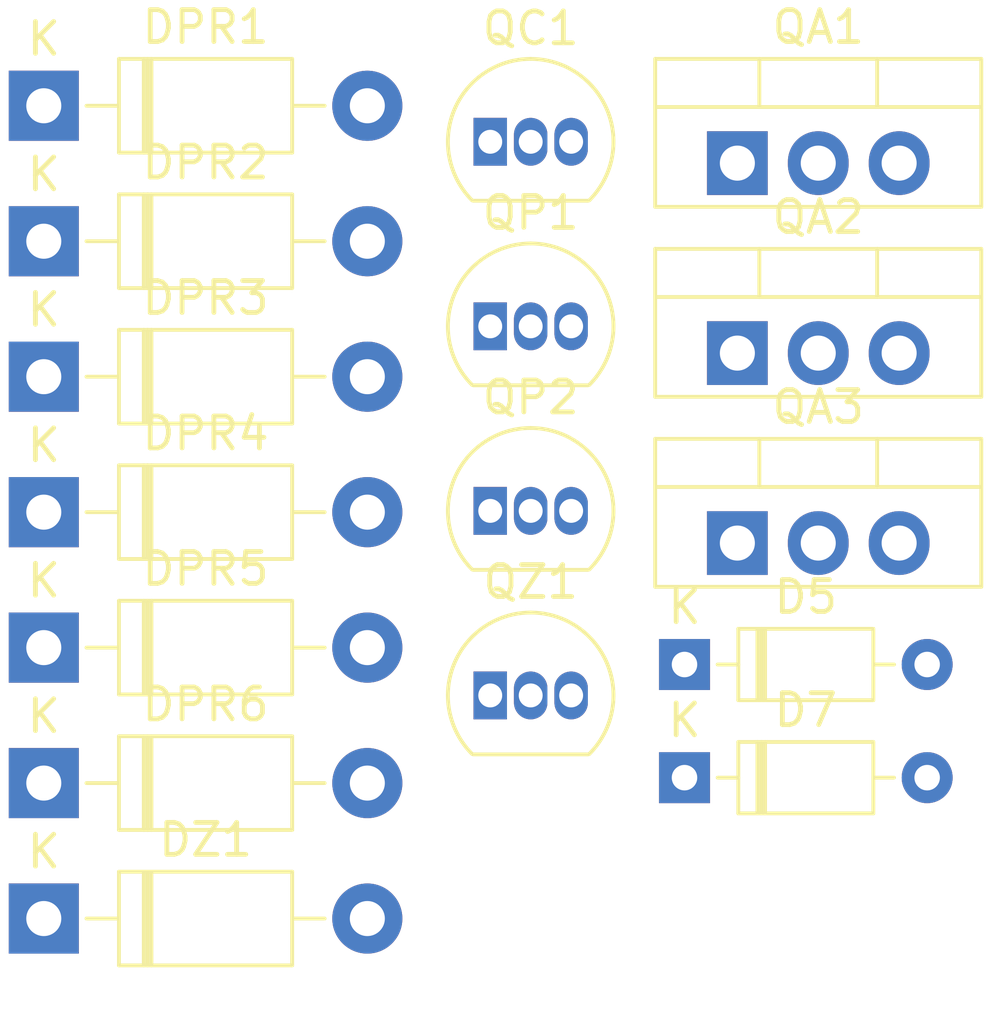
<source format=kicad_pcb>
(kicad_pcb (version 20221018) (generator pcbnew)
  (layers (0 "F.Cu" signal) (31 "B.Cu" signal) (34 "B.Paste" user) (35 "F.Paste" user) (36 "B.SilkS" user "B.Silkscreen") (37 "F.SilkS" user "F.Silkscreen") (38 "B.Mask" user) (39 "F.Mask" user) (44 "Edge.Cuts" user))
  (net 0 "")
  (net 1 "Net-(D5-K)")
  (net 2 "Net-(D5-A)")
  (net 3 "Net-(D7-A)")
  (net 4 "Net-(DPR1-K)")
  (net 5 "Net-(DPR1-A)")
  (net 6 "Net-(DPR2-A)")
  (net 7 "Net-(DPR3-K)")
  (net 8 "Net-(DPR5-K)")
  (net 9 "Net-(DZ1-K)")
  (net 10 "Net-(QA1-C)")
  (net 11 "Net-(QA1-E)")
  (net 12 "Net-(QA2-E)")
  (net 13 "Net-(QA3-E)")
  (net 14 "Net-(J5-Pin_2)")
  (net 15 "Net-(QC1-B)")
  (net 16 "Net-(QP1-C)")
  (net 17 "Net-(QP1-B)")
  (net 18 "Net-(J8-Pin_2)")
  (net 19 "Net-(J7-Pin_1)")
  (footprint "Diode_THT:D_DO-35_SOD27_P7.62mm_Horizontal" (layer "F.Cu") (at 21.495 19.155)
    (fp_text reference "D5" (at 3.81 -2.12) (layer "F.SilkS"))
    (fp_text value "1N4148")
    (fp_text user "K" (at 0 -1.8) (layer "F.SilkS"))
    (fp_line (start 1.04 0) (end 1.69 0) (stroke (width 0.12)) (layer "F.SilkS"))
    (fp_line (start 1.69 -1.12) (end 1.69 1.12) (stroke (width 0.12)) (layer "F.SilkS"))
    (fp_line (start 1.69 1.12) (end 5.93 1.12) (stroke (width 0.12)) (layer "F.SilkS"))
    (fp_line (start 2.29 -1.12) (end 2.29 1.12) (stroke (width 0.12)) (layer "F.SilkS"))
    (fp_line (start 2.41 -1.12) (end 2.41 1.12) (stroke (width 0.12)) (layer "F.SilkS"))
    (fp_line (start 2.53 -1.12) (end 2.53 1.12) (stroke (width 0.12)) (layer "F.SilkS"))
    (fp_line (start 5.93 -1.12) (end 1.69 -1.12) (stroke (width 0.12)) (layer "F.SilkS"))
    (fp_line (start 5.93 1.12) (end 5.93 -1.12) (stroke (width 0.12)) (layer "F.SilkS"))
    (fp_line (start 6.58 0) (end 5.93 0) (stroke (width 0.12)) (layer "F.SilkS"))
    (pad "1" thru_hole rect (at 0 0) (size 1.6 1.6) (drill 0.8) (layers "*.Cu" "*.Mask") (net 1 "Net-(D5-K)"))
    (pad "2" thru_hole oval (at 7.62 0) (size 1.6 1.6) (drill 0.8) (layers "*.Cu" "*.Mask") (net 2 "Net-(D5-A)"))
  )
  (footprint "Diode_THT:D_DO-41_SOD81_P10.16mm_Horizontal" (layer "F.Cu") (at 1.375 27.125)
    (fp_text reference "DZ1" (at 5.08 -2.47) (layer "F.SilkS"))
    (fp_text value "1N4752")
    (fp_text user "K" (at 0 -2.1) (layer "F.SilkS"))
    (fp_line (start 1.34 0) (end 2.36 0) (stroke (width 0.12)) (layer "F.SilkS"))
    (fp_line (start 2.36 -1.47) (end 2.36 1.47) (stroke (width 0.12)) (layer "F.SilkS"))
    (fp_line (start 2.36 1.47) (end 7.8 1.47) (stroke (width 0.12)) (layer "F.SilkS"))
    (fp_line (start 3.14 -1.47) (end 3.14 1.47) (stroke (width 0.12)) (layer "F.SilkS"))
    (fp_line (start 3.26 -1.47) (end 3.26 1.47) (stroke (width 0.12)) (layer "F.SilkS"))
    (fp_line (start 3.38 -1.47) (end 3.38 1.47) (stroke (width 0.12)) (layer "F.SilkS"))
    (fp_line (start 7.8 -1.47) (end 2.36 -1.47) (stroke (width 0.12)) (layer "F.SilkS"))
    (fp_line (start 7.8 1.47) (end 7.8 -1.47) (stroke (width 0.12)) (layer "F.SilkS"))
    (fp_line (start 8.82 0) (end 7.8 0) (stroke (width 0.12)) (layer "F.SilkS"))
    (pad "1" thru_hole rect (at 0 0) (size 2.2 2.2) (drill 1.1) (layers "*.Cu" "*.Mask") (net 9 "Net-(DZ1-K)"))
    (pad "2" thru_hole oval (at 10.16 0) (size 2.2 2.2) (drill 1.1) (layers "*.Cu" "*.Mask") (net 6 "Net-(DPR2-A)"))
  )
  (footprint "Package_TO_SOT_THT:TO-220-3_Vertical" (layer "F.Cu") (at 23.155 15.345)
    (fp_text reference "QA3" (at 2.54 -4.27) (layer "F.SilkS"))
    (fp_text value "TIP122")
    (fp_line (start -2.58 -3.27) (end -2.58 1.371) (stroke (width 0.12)) (layer "F.SilkS"))
    (fp_line (start -2.58 -3.27) (end 7.66 -3.27) (stroke (width 0.12)) (layer "F.SilkS"))
    (fp_line (start -2.58 -1.76) (end 7.66 -1.76) (stroke (width 0.12)) (layer "F.SilkS"))
    (fp_line (start -2.58 1.371) (end 7.66 1.371) (stroke (width 0.12)) (layer "F.SilkS"))
    (fp_line (start 0.69 -3.27) (end 0.69 -1.76) (stroke (width 0.12)) (layer "F.SilkS"))
    (fp_line (start 4.391 -3.27) (end 4.391 -1.76) (stroke (width 0.12)) (layer "F.SilkS"))
    (fp_line (start 7.66 -3.27) (end 7.66 1.371) (stroke (width 0.12)) (layer "F.SilkS"))
    (pad "1" thru_hole rect (at 0 0) (size 1.905 2) (drill 1.1) (layers "*.Cu" "*.Mask") (net 3 "Net-(D7-A)"))
    (pad "2" thru_hole oval (at 2.54 0) (size 1.905 2) (drill 1.1) (layers "*.Cu" "*.Mask") (net 10 "Net-(QA1-C)"))
    (pad "3" thru_hole oval (at 5.08 0) (size 1.905 2) (drill 1.1) (layers "*.Cu" "*.Mask") (net 13 "Net-(QA3-E)"))
  )
  (footprint "Diode_THT:D_DO-41_SOD81_P10.16mm_Horizontal" (layer "F.Cu") (at 1.375 18.625)
    (fp_text reference "DPR5" (at 5.08 -2.47) (layer "F.SilkS"))
    (fp_text value "1N4002")
    (fp_text user "K" (at 0 -2.1) (layer "F.SilkS"))
    (fp_line (start 1.34 0) (end 2.36 0) (stroke (width 0.12)) (layer "F.SilkS"))
    (fp_line (start 2.36 -1.47) (end 2.36 1.47) (stroke (width 0.12)) (layer "F.SilkS"))
    (fp_line (start 2.36 1.47) (end 7.8 1.47) (stroke (width 0.12)) (layer "F.SilkS"))
    (fp_line (start 3.14 -1.47) (end 3.14 1.47) (stroke (width 0.12)) (layer "F.SilkS"))
    (fp_line (start 3.26 -1.47) (end 3.26 1.47) (stroke (width 0.12)) (layer "F.SilkS"))
    (fp_line (start 3.38 -1.47) (end 3.38 1.47) (stroke (width 0.12)) (layer "F.SilkS"))
    (fp_line (start 7.8 -1.47) (end 2.36 -1.47) (stroke (width 0.12)) (layer "F.SilkS"))
    (fp_line (start 7.8 1.47) (end 7.8 -1.47) (stroke (width 0.12)) (layer "F.SilkS"))
    (fp_line (start 8.82 0) (end 7.8 0) (stroke (width 0.12)) (layer "F.SilkS"))
    (pad "1" thru_hole rect (at 0 0) (size 2.2 2.2) (drill 1.1) (layers "*.Cu" "*.Mask") (net 8 "Net-(DPR5-K)"))
    (pad "2" thru_hole oval (at 10.16 0) (size 2.2 2.2) (drill 1.1) (layers "*.Cu" "*.Mask") (net 6 "Net-(DPR2-A)"))
  )
  (footprint "Diode_THT:D_DO-41_SOD81_P10.16mm_Horizontal" (layer "F.Cu") (at 1.375 1.625)
    (fp_text reference "DPR1" (at 5.08 -2.47) (layer "F.SilkS"))
    (fp_text value "1N4002")
    (fp_text user "K" (at 0 -2.1) (layer "F.SilkS"))
    (fp_line (start 1.34 0) (end 2.36 0) (stroke (width 0.12)) (layer "F.SilkS"))
    (fp_line (start 2.36 -1.47) (end 2.36 1.47) (stroke (width 0.12)) (layer "F.SilkS"))
    (fp_line (start 2.36 1.47) (end 7.8 1.47) (stroke (width 0.12)) (layer "F.SilkS"))
    (fp_line (start 3.14 -1.47) (end 3.14 1.47) (stroke (width 0.12)) (layer "F.SilkS"))
    (fp_line (start 3.26 -1.47) (end 3.26 1.47) (stroke (width 0.12)) (layer "F.SilkS"))
    (fp_line (start 3.38 -1.47) (end 3.38 1.47) (stroke (width 0.12)) (layer "F.SilkS"))
    (fp_line (start 7.8 -1.47) (end 2.36 -1.47) (stroke (width 0.12)) (layer "F.SilkS"))
    (fp_line (start 7.8 1.47) (end 7.8 -1.47) (stroke (width 0.12)) (layer "F.SilkS"))
    (fp_line (start 8.82 0) (end 7.8 0) (stroke (width 0.12)) (layer "F.SilkS"))
    (pad "1" thru_hole rect (at 0 0) (size 2.2 2.2) (drill 1.1) (layers "*.Cu" "*.Mask") (net 4 "Net-(DPR1-K)"))
    (pad "2" thru_hole oval (at 10.16 0) (size 2.2 2.2) (drill 1.1) (layers "*.Cu" "*.Mask") (net 5 "Net-(DPR1-A)"))
  )
  (footprint "Diode_THT:D_DO-41_SOD81_P10.16mm_Horizontal" (layer "F.Cu") (at 1.375 5.875)
    (fp_text reference "DPR2" (at 5.08 -2.47) (layer "F.SilkS"))
    (fp_text value "1N4002")
    (fp_text user "K" (at 0 -2.1) (layer "F.SilkS"))
    (fp_line (start 1.34 0) (end 2.36 0) (stroke (width 0.12)) (layer "F.SilkS"))
    (fp_line (start 2.36 -1.47) (end 2.36 1.47) (stroke (width 0.12)) (layer "F.SilkS"))
    (fp_line (start 2.36 1.47) (end 7.8 1.47) (stroke (width 0.12)) (layer "F.SilkS"))
    (fp_line (start 3.14 -1.47) (end 3.14 1.47) (stroke (width 0.12)) (layer "F.SilkS"))
    (fp_line (start 3.26 -1.47) (end 3.26 1.47) (stroke (width 0.12)) (layer "F.SilkS"))
    (fp_line (start 3.38 -1.47) (end 3.38 1.47) (stroke (width 0.12)) (layer "F.SilkS"))
    (fp_line (start 7.8 -1.47) (end 2.36 -1.47) (stroke (width 0.12)) (layer "F.SilkS"))
    (fp_line (start 7.8 1.47) (end 7.8 -1.47) (stroke (width 0.12)) (layer "F.SilkS"))
    (fp_line (start 8.82 0) (end 7.8 0) (stroke (width 0.12)) (layer "F.SilkS"))
    (pad "1" thru_hole rect (at 0 0) (size 2.2 2.2) (drill 1.1) (layers "*.Cu" "*.Mask") (net 5 "Net-(DPR1-A)"))
    (pad "2" thru_hole oval (at 10.16 0) (size 2.2 2.2) (drill 1.1) (layers "*.Cu" "*.Mask") (net 6 "Net-(DPR2-A)"))
  )
  (footprint "Package_TO_SOT_THT:TO-92_Inline" (layer "F.Cu") (at 15.395 8.545)
    (fp_text reference "QP1" (at 1.27 -3.56) (layer "F.SilkS"))
    (fp_text value "BC557")
    (fp_line (start -0.53 1.85) (end 3.07 1.85) (stroke (width 0.12)) (layer "F.SilkS"))
    (fp_arc (start -0.568478 1.838478) (mid -1.132087 -0.994977) (end 1.27 -2.6) (stroke (width 0.12)) (layer "F.SilkS"))
    (fp_arc (start 1.27 -2.6) (mid 3.672087 -0.994977) (end 3.108478 1.838478) (stroke (width 0.12)) (layer "F.SilkS"))
    (pad "1" thru_hole rect (at 0 0) (size 1.05 1.5) (drill 0.75) (layers "*.Cu" "*.Mask") (net 16 "Net-(QP1-C)"))
    (pad "2" thru_hole oval (at 1.27 0) (size 1.05 1.5) (drill 0.75) (layers "*.Cu" "*.Mask") (net 17 "Net-(QP1-B)"))
    (pad "3" thru_hole oval (at 2.54 0) (size 1.05 1.5) (drill 0.75) (layers "*.Cu" "*.Mask") (net 4 "Net-(DPR1-K)"))
  )
  (footprint "Package_TO_SOT_THT:TO-92_Inline" (layer "F.Cu") (at 15.395 14.335)
    (fp_text reference "QP2" (at 1.27 -3.56) (layer "F.SilkS"))
    (fp_text value "BC547")
    (fp_line (start -0.53 1.85) (end 3.07 1.85) (stroke (width 0.12)) (layer "F.SilkS"))
    (fp_arc (start -0.568478 1.838478) (mid -1.132087 -0.994977) (end 1.27 -2.6) (stroke (width 0.12)) (layer "F.SilkS"))
    (fp_arc (start 1.27 -2.6) (mid 3.672087 -0.994977) (end 3.108478 1.838478) (stroke (width 0.12)) (layer "F.SilkS"))
    (pad "1" thru_hole rect (at 0 0) (size 1.05 1.5) (drill 0.75) (layers "*.Cu" "*.Mask") (net 1 "Net-(D5-K)"))
    (pad "2" thru_hole oval (at 1.27 0) (size 1.05 1.5) (drill 0.75) (layers "*.Cu" "*.Mask") (net 18 "Net-(J8-Pin_2)"))
    (pad "3" thru_hole oval (at 2.54 0) (size 1.05 1.5) (drill 0.75) (layers "*.Cu" "*.Mask") (net 6 "Net-(DPR2-A)"))
  )
  (footprint "Package_TO_SOT_THT:TO-92_Inline" (layer "F.Cu") (at 15.395 20.125)
    (fp_text reference "QZ1" (at 1.27 -3.56) (layer "F.SilkS"))
    (fp_text value "BC547")
    (fp_line (start -0.53 1.85) (end 3.07 1.85) (stroke (width 0.12)) (layer "F.SilkS"))
    (fp_arc (start -0.568478 1.838478) (mid -1.132087 -0.994977) (end 1.27 -2.6) (stroke (width 0.12)) (layer "F.SilkS"))
    (fp_arc (start 1.27 -2.6) (mid 3.672087 -0.994977) (end 3.108478 1.838478) (stroke (width 0.12)) (layer "F.SilkS"))
    (pad "1" thru_hole rect (at 0 0) (size 1.05 1.5) (drill 0.75) (layers "*.Cu" "*.Mask") (net 9 "Net-(DZ1-K)"))
    (pad "2" thru_hole oval (at 1.27 0) (size 1.05 1.5) (drill 0.75) (layers "*.Cu" "*.Mask") (net 2 "Net-(D5-A)"))
    (pad "3" thru_hole oval (at 2.54 0) (size 1.05 1.5) (drill 0.75) (layers "*.Cu" "*.Mask") (net 19 "Net-(J7-Pin_1)"))
  )
  (footprint "Diode_THT:D_DO-41_SOD81_P10.16mm_Horizontal" (layer "F.Cu") (at 1.375 22.875)
    (fp_text reference "DPR6" (at 5.08 -2.47) (layer "F.SilkS"))
    (fp_text value "1N4002")
    (fp_text user "K" (at 0 -2.1) (layer "F.SilkS"))
    (fp_line (start 1.34 0) (end 2.36 0) (stroke (width 0.12)) (layer "F.SilkS"))
    (fp_line (start 2.36 -1.47) (end 2.36 1.47) (stroke (width 0.12)) (layer "F.SilkS"))
    (fp_line (start 2.36 1.47) (end 7.8 1.47) (stroke (width 0.12)) (layer "F.SilkS"))
    (fp_line (start 3.14 -1.47) (end 3.14 1.47) (stroke (width 0.12)) (layer "F.SilkS"))
    (fp_line (start 3.26 -1.47) (end 3.26 1.47) (stroke (width 0.12)) (layer "F.SilkS"))
    (fp_line (start 3.38 -1.47) (end 3.38 1.47) (stroke (width 0.12)) (layer "F.SilkS"))
    (fp_line (start 7.8 -1.47) (end 2.36 -1.47) (stroke (width 0.12)) (layer "F.SilkS"))
    (fp_line (start 7.8 1.47) (end 7.8 -1.47) (stroke (width 0.12)) (layer "F.SilkS"))
    (fp_line (start 8.82 0) (end 7.8 0) (stroke (width 0.12)) (layer "F.SilkS"))
    (pad "1" thru_hole rect (at 0 0) (size 2.2 2.2) (drill 1.1) (layers "*.Cu" "*.Mask") (net 4 "Net-(DPR1-K)"))
    (pad "2" thru_hole oval (at 10.16 0) (size 2.2 2.2) (drill 1.1) (layers "*.Cu" "*.Mask") (net 8 "Net-(DPR5-K)"))
  )
  (footprint "Diode_THT:D_DO-35_SOD27_P7.62mm_Horizontal" (layer "F.Cu") (at 21.495 22.705)
    (fp_text reference "D7" (at 3.81 -2.12) (layer "F.SilkS"))
    (fp_text value "1N4148")
    (fp_text user "K" (at 0 -1.8) (layer "F.SilkS"))
    (fp_line (start 1.04 0) (end 1.69 0) (stroke (width 0.12)) (layer "F.SilkS"))
    (fp_line (start 1.69 -1.12) (end 1.69 1.12) (stroke (width 0.12)) (layer "F.SilkS"))
    (fp_line (start 1.69 1.12) (end 5.93 1.12) (stroke (width 0.12)) (layer "F.SilkS"))
    (fp_line (start 2.29 -1.12) (end 2.29 1.12) (stroke (width 0.12)) (layer "F.SilkS"))
    (fp_line (start 2.41 -1.12) (end 2.41 1.12) (stroke (width 0.12)) (layer "F.SilkS"))
    (fp_line (start 2.53 -1.12) (end 2.53 1.12) (stroke (width 0.12)) (layer "F.SilkS"))
    (fp_line (start 5.93 -1.12) (end 1.69 -1.12) (stroke (width 0.12)) (layer "F.SilkS"))
    (fp_line (start 5.93 1.12) (end 5.93 -1.12) (stroke (width 0.12)) (layer "F.SilkS"))
    (fp_line (start 6.58 0) (end 5.93 0) (stroke (width 0.12)) (layer "F.SilkS"))
    (pad "1" thru_hole rect (at 0 0) (size 1.6 1.6) (drill 0.8) (layers "*.Cu" "*.Mask") (net 1 "Net-(D5-K)"))
    (pad "2" thru_hole oval (at 7.62 0) (size 1.6 1.6) (drill 0.8) (layers "*.Cu" "*.Mask") (net 3 "Net-(D7-A)"))
  )
  (footprint "Package_TO_SOT_THT:TO-92_Inline" (layer "F.Cu") (at 15.395 2.755)
    (fp_text reference "QC1" (at 1.27 -3.56) (layer "F.SilkS"))
    (fp_text value "BC547")
    (fp_line (start -0.53 1.85) (end 3.07 1.85) (stroke (width 0.12)) (layer "F.SilkS"))
    (fp_arc (start -0.568478 1.838478) (mid -1.132087 -0.994977) (end 1.27 -2.6) (stroke (width 0.12)) (layer "F.SilkS"))
    (fp_arc (start 1.27 -2.6) (mid 3.672087 -0.994977) (end 3.108478 1.838478) (stroke (width 0.12)) (layer "F.SilkS"))
    (pad "1" thru_hole rect (at 0 0) (size 1.05 1.5) (drill 0.75) (layers "*.Cu" "*.Mask") (net 14 "Net-(J5-Pin_2)"))
    (pad "2" thru_hole oval (at 1.27 0) (size 1.05 1.5) (drill 0.75) (layers "*.Cu" "*.Mask") (net 15 "Net-(QC1-B)"))
    (pad "3" thru_hole oval (at 2.54 0) (size 1.05 1.5) (drill 0.75) (layers "*.Cu" "*.Mask") (net 6 "Net-(DPR2-A)"))
  )
  (footprint "Diode_THT:D_DO-41_SOD81_P10.16mm_Horizontal" (layer "F.Cu") (at 1.375 14.375)
    (fp_text reference "DPR4" (at 5.08 -2.47) (layer "F.SilkS"))
    (fp_text value "1N4002")
    (fp_text user "K" (at 0 -2.1) (layer "F.SilkS"))
    (fp_line (start 1.34 0) (end 2.36 0) (stroke (width 0.12)) (layer "F.SilkS"))
    (fp_line (start 2.36 -1.47) (end 2.36 1.47) (stroke (width 0.12)) (layer "F.SilkS"))
    (fp_line (start 2.36 1.47) (end 7.8 1.47) (stroke (width 0.12)) (layer "F.SilkS"))
    (fp_line (start 3.14 -1.47) (end 3.14 1.47) (stroke (width 0.12)) (layer "F.SilkS"))
    (fp_line (start 3.26 -1.47) (end 3.26 1.47) (stroke (width 0.12)) (layer "F.SilkS"))
    (fp_line (start 3.38 -1.47) (end 3.38 1.47) (stroke (width 0.12)) (layer "F.SilkS"))
    (fp_line (start 7.8 -1.47) (end 2.36 -1.47) (stroke (width 0.12)) (layer "F.SilkS"))
    (fp_line (start 7.8 1.47) (end 7.8 -1.47) (stroke (width 0.12)) (layer "F.SilkS"))
    (fp_line (start 8.82 0) (end 7.8 0) (stroke (width 0.12)) (layer "F.SilkS"))
    (pad "1" thru_hole rect (at 0 0) (size 2.2 2.2) (drill 1.1) (layers "*.Cu" "*.Mask") (net 4 "Net-(DPR1-K)"))
    (pad "2" thru_hole oval (at 10.16 0) (size 2.2 2.2) (drill 1.1) (layers "*.Cu" "*.Mask") (net 7 "Net-(DPR3-K)"))
  )
  (footprint "Package_TO_SOT_THT:TO-220-3_Vertical" (layer "F.Cu") (at 23.155 9.385)
    (fp_text reference "QA2" (at 2.54 -4.27) (layer "F.SilkS"))
    (fp_text value "TIP122")
    (fp_line (start -2.58 -3.27) (end -2.58 1.371) (stroke (width 0.12)) (layer "F.SilkS"))
    (fp_line (start -2.58 -3.27) (end 7.66 -3.27) (stroke (width 0.12)) (layer "F.SilkS"))
    (fp_line (start -2.58 -1.76) (end 7.66 -1.76) (stroke (width 0.12)) (layer "F.SilkS"))
    (fp_line (start -2.58 1.371) (end 7.66 1.371) (stroke (width 0.12)) (layer "F.SilkS"))
    (fp_line (start 0.69 -3.27) (end 0.69 -1.76) (stroke (width 0.12)) (layer "F.SilkS"))
    (fp_line (start 4.391 -3.27) (end 4.391 -1.76) (stroke (width 0.12)) (layer "F.SilkS"))
    (fp_line (start 7.66 -3.27) (end 7.66 1.371) (stroke (width 0.12)) (layer "F.SilkS"))
    (pad "1" thru_hole rect (at 0 0) (size 1.905 2) (drill 1.1) (layers "*.Cu" "*.Mask") (net 3 "Net-(D7-A)"))
    (pad "2" thru_hole oval (at 2.54 0) (size 1.905 2) (drill 1.1) (layers "*.Cu" "*.Mask") (net 10 "Net-(QA1-C)"))
    (pad "3" thru_hole oval (at 5.08 0) (size 1.905 2) (drill 1.1) (layers "*.Cu" "*.Mask") (net 12 "Net-(QA2-E)"))
  )
  (footprint "Diode_THT:D_DO-41_SOD81_P10.16mm_Horizontal" (layer "F.Cu") (at 1.375 10.125)
    (fp_text reference "DPR3" (at 5.08 -2.47) (layer "F.SilkS"))
    (fp_text value "1N4002")
    (fp_text user "K" (at 0 -2.1) (layer "F.SilkS"))
    (fp_line (start 1.34 0) (end 2.36 0) (stroke (width 0.12)) (layer "F.SilkS"))
    (fp_line (start 2.36 -1.47) (end 2.36 1.47) (stroke (width 0.12)) (layer "F.SilkS"))
    (fp_line (start 2.36 1.47) (end 7.8 1.47) (stroke (width 0.12)) (layer "F.SilkS"))
    (fp_line (start 3.14 -1.47) (end 3.14 1.47) (stroke (width 0.12)) (layer "F.SilkS"))
    (fp_line (start 3.26 -1.47) (end 3.26 1.47) (stroke (width 0.12)) (layer "F.SilkS"))
    (fp_line (start 3.38 -1.47) (end 3.38 1.47) (stroke (width 0.12)) (layer "F.SilkS"))
    (fp_line (start 7.8 -1.47) (end 2.36 -1.47) (stroke (width 0.12)) (layer "F.SilkS"))
    (fp_line (start 7.8 1.47) (end 7.8 -1.47) (stroke (width 0.12)) (layer "F.SilkS"))
    (fp_line (start 8.82 0) (end 7.8 0) (stroke (width 0.12)) (layer "F.SilkS"))
    (pad "1" thru_hole rect (at 0 0) (size 2.2 2.2) (drill 1.1) (layers "*.Cu" "*.Mask") (net 7 "Net-(DPR3-K)"))
    (pad "2" thru_hole oval (at 10.16 0) (size 2.2 2.2) (drill 1.1) (layers "*.Cu" "*.Mask") (net 6 "Net-(DPR2-A)"))
  )
  (footprint "Package_TO_SOT_THT:TO-220-3_Vertical" (layer "F.Cu") (at 23.155 3.425)
    (fp_text reference "QA1" (at 2.54 -4.27) (layer "F.SilkS"))
    (fp_text value "TIP122")
    (fp_line (start -2.58 -3.27) (end -2.58 1.371) (stroke (width 0.12)) (layer "F.SilkS"))
    (fp_line (start -2.58 -3.27) (end 7.66 -3.27) (stroke (width 0.12)) (layer "F.SilkS"))
    (fp_line (start -2.58 -1.76) (end 7.66 -1.76) (stroke (width 0.12)) (layer "F.SilkS"))
    (fp_line (start -2.58 1.371) (end 7.66 1.371) (stroke (width 0.12)) (layer "F.SilkS"))
    (fp_line (start 0.69 -3.27) (end 0.69 -1.76) (stroke (width 0.12)) (layer "F.SilkS"))
    (fp_line (start 4.391 -3.27) (end 4.391 -1.76) (stroke (width 0.12)) (layer "F.SilkS"))
    (fp_line (start 7.66 -3.27) (end 7.66 1.371) (stroke (width 0.12)) (layer "F.SilkS"))
    (pad "1" thru_hole rect (at 0 0) (size 1.905 2) (drill 1.1) (layers "*.Cu" "*.Mask") (net 3 "Net-(D7-A)"))
    (pad "2" thru_hole oval (at 2.54 0) (size 1.905 2) (drill 1.1) (layers "*.Cu" "*.Mask") (net 10 "Net-(QA1-C)"))
    (pad "3" thru_hole oval (at 5.08 0) (size 1.905 2) (drill 1.1) (layers "*.Cu" "*.Mask") (net 11 "Net-(QA1-E)"))
  )
)
</source>
